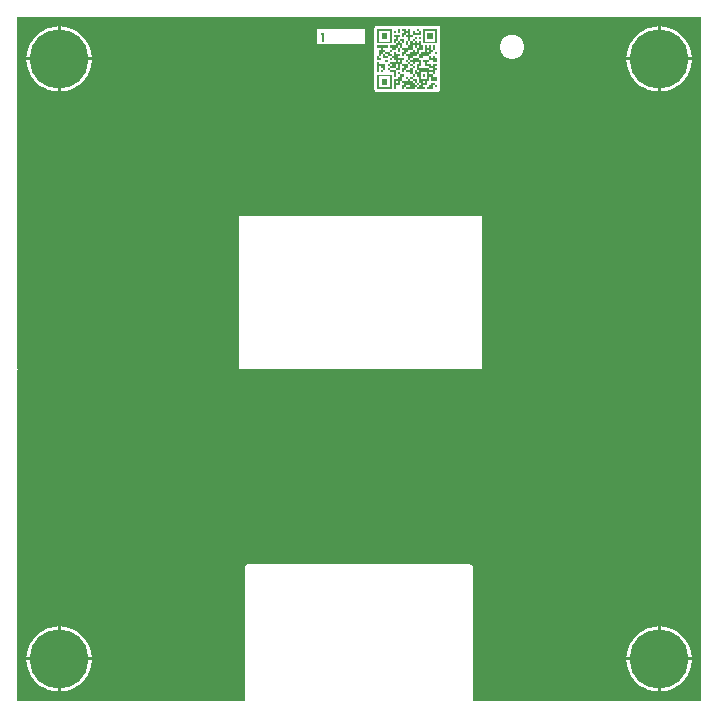
<source format=gtl>
G04 Layer: TopLayer*
G04 EasyEDA v6.5.34, 2023-08-21 18:11:39*
G04 3696ccb3ce3c4ba2a1e01cf7d584be42,5a6b42c53f6a479593ecc07194224c93,10*
G04 Gerber Generator version 0.2*
G04 Scale: 100 percent, Rotated: No, Reflected: No *
G04 Dimensions in millimeters *
G04 leading zeros omitted , absolute positions ,4 integer and 5 decimal *
%FSLAX45Y45*%
%MOMM*%

%ADD10C,0.1524*%
%ADD11C,0.6350*%
%ADD12C,5.0000*%

%LPD*%
G36*
X1945132Y25908D02*
G01*
X36068Y26416D01*
X32156Y27178D01*
X28905Y29362D01*
X26670Y32664D01*
X25908Y36576D01*
X25908Y2821940D01*
X26670Y2825851D01*
X28905Y2829102D01*
X32156Y2831338D01*
X36068Y2832100D01*
X32156Y2832862D01*
X28905Y2835097D01*
X26670Y2838399D01*
X25908Y2842260D01*
X25908Y5805932D01*
X26670Y5809792D01*
X28905Y5813094D01*
X32156Y5815330D01*
X36068Y5816092D01*
X2555240Y5816092D01*
X2559151Y5815330D01*
X2562402Y5813094D01*
X2564638Y5809792D01*
X2565400Y5805932D01*
X2566162Y5809792D01*
X2568397Y5813094D01*
X2571648Y5815330D01*
X2575560Y5816092D01*
X3050540Y5816092D01*
X3054451Y5815330D01*
X3057702Y5813094D01*
X3059938Y5809792D01*
X3060700Y5805932D01*
X3061462Y5809792D01*
X3063697Y5813094D01*
X3066948Y5815330D01*
X3070860Y5816092D01*
X4091940Y5816092D01*
X4095851Y5815330D01*
X4099102Y5813094D01*
X4101337Y5809792D01*
X4102100Y5805932D01*
X4102862Y5809792D01*
X4105097Y5813094D01*
X4108348Y5815330D01*
X4112260Y5816092D01*
X5805932Y5816092D01*
X5809792Y5815330D01*
X5813094Y5813094D01*
X5815330Y5809792D01*
X5816092Y5805932D01*
X5816092Y36068D01*
X5815330Y32156D01*
X5813094Y28905D01*
X5809792Y26670D01*
X5805932Y25908D01*
X3896868Y25908D01*
X3892956Y26670D01*
X3889705Y28905D01*
X3887470Y32207D01*
X3886708Y36068D01*
X3886708Y1155090D01*
X3885895Y1161592D01*
X3883812Y1167130D01*
X3880256Y1172260D01*
X3877259Y1175308D01*
X3873652Y1177950D01*
X3868115Y1180439D01*
X3860647Y1181608D01*
X1981809Y1181608D01*
X1975307Y1180846D01*
X1969770Y1178712D01*
X1964639Y1175207D01*
X1961591Y1172159D01*
X1959000Y1168552D01*
X1956460Y1163015D01*
X1955292Y1155547D01*
X1955292Y36068D01*
X1954530Y32207D01*
X1952294Y28905D01*
X1949043Y26720D01*
G37*

%LPC*%
G36*
X5473700Y5185562D02*
G01*
X5478322Y5185664D01*
X5501284Y5188051D01*
X5523992Y5192369D01*
X5546242Y5198618D01*
X5567883Y5206644D01*
X5588812Y5216499D01*
X5608828Y5228031D01*
X5627776Y5241239D01*
X5645607Y5255971D01*
X5662117Y5272125D01*
X5677204Y5289600D01*
X5690819Y5308295D01*
X5702757Y5328107D01*
X5713018Y5348782D01*
X5721553Y5370271D01*
X5728208Y5392369D01*
X5733034Y5414975D01*
X5735929Y5437886D01*
X5736336Y5448300D01*
X5473700Y5448300D01*
G37*
G36*
X393700Y105562D02*
G01*
X398322Y105664D01*
X421284Y108051D01*
X443992Y112369D01*
X466242Y118618D01*
X487883Y126644D01*
X508812Y136499D01*
X528828Y148031D01*
X547776Y161239D01*
X565607Y175971D01*
X582117Y192125D01*
X597204Y209600D01*
X610819Y228295D01*
X622757Y248107D01*
X633018Y268782D01*
X641553Y290271D01*
X648208Y312369D01*
X653034Y334975D01*
X655929Y357886D01*
X656336Y368300D01*
X393700Y368300D01*
G37*
G36*
X5473700Y105562D02*
G01*
X5478322Y105664D01*
X5501284Y108051D01*
X5523992Y112369D01*
X5546242Y118618D01*
X5567883Y126644D01*
X5588812Y136499D01*
X5608828Y148031D01*
X5627776Y161239D01*
X5645607Y175971D01*
X5662117Y192125D01*
X5677204Y209600D01*
X5690819Y228295D01*
X5702757Y248107D01*
X5713018Y268782D01*
X5721553Y290271D01*
X5728208Y312369D01*
X5733034Y334975D01*
X5735929Y357886D01*
X5736336Y368300D01*
X5473700Y368300D01*
G37*
G36*
X368300Y105613D02*
G01*
X368300Y368300D01*
X105410Y368300D01*
X107289Y346405D01*
X111099Y323646D01*
X116890Y301244D01*
X124460Y279450D01*
X133858Y258317D01*
X144983Y238099D01*
X157784Y218846D01*
X172161Y200710D01*
X187960Y183896D01*
X205130Y168402D01*
X223520Y154432D01*
X243027Y142036D01*
X263499Y131368D01*
X284835Y122377D01*
X306781Y115265D01*
X329285Y109982D01*
X352145Y106629D01*
G37*
G36*
X5448300Y105613D02*
G01*
X5448300Y368300D01*
X5185410Y368300D01*
X5187289Y346405D01*
X5191099Y323646D01*
X5196890Y301244D01*
X5204460Y279450D01*
X5213858Y258317D01*
X5224983Y238099D01*
X5237784Y218846D01*
X5252161Y200710D01*
X5267960Y183896D01*
X5285130Y168402D01*
X5303520Y154432D01*
X5323027Y142036D01*
X5343499Y131368D01*
X5364835Y122377D01*
X5386781Y115265D01*
X5409285Y109982D01*
X5432145Y106629D01*
G37*
G36*
X393700Y393700D02*
G01*
X656336Y393700D01*
X655929Y404063D01*
X653034Y427024D01*
X648208Y449630D01*
X641553Y471728D01*
X633018Y493217D01*
X622757Y513892D01*
X610819Y533654D01*
X597204Y552348D01*
X582117Y569874D01*
X565607Y586028D01*
X547776Y600760D01*
X528828Y613968D01*
X508812Y625500D01*
X487883Y635355D01*
X466242Y643382D01*
X443992Y649630D01*
X421284Y653948D01*
X398322Y656336D01*
X393700Y656437D01*
G37*
G36*
X5473700Y393700D02*
G01*
X5736336Y393700D01*
X5735929Y404063D01*
X5733034Y427024D01*
X5728208Y449630D01*
X5721553Y471728D01*
X5713018Y493217D01*
X5702757Y513892D01*
X5690819Y533654D01*
X5677204Y552348D01*
X5662117Y569874D01*
X5645607Y586028D01*
X5627776Y600760D01*
X5608828Y613968D01*
X5588812Y625500D01*
X5567883Y635355D01*
X5546242Y643382D01*
X5523992Y649630D01*
X5501284Y653948D01*
X5478322Y656336D01*
X5473700Y656437D01*
G37*
G36*
X105410Y393700D02*
G01*
X368300Y393700D01*
X368300Y656386D01*
X352145Y655370D01*
X329285Y652018D01*
X306781Y646734D01*
X284835Y639572D01*
X263499Y630631D01*
X243027Y619912D01*
X223520Y607568D01*
X205130Y593598D01*
X187960Y578104D01*
X172161Y561289D01*
X157784Y543153D01*
X144983Y523900D01*
X133858Y503682D01*
X124460Y482549D01*
X116890Y460756D01*
X111099Y438353D01*
X107289Y415594D01*
G37*
G36*
X5185410Y393700D02*
G01*
X5448300Y393700D01*
X5448300Y656386D01*
X5432145Y655370D01*
X5409285Y652018D01*
X5386781Y646734D01*
X5364835Y639572D01*
X5343499Y630631D01*
X5323027Y619912D01*
X5303520Y607568D01*
X5285130Y593598D01*
X5267960Y578104D01*
X5252161Y561289D01*
X5237784Y543153D01*
X5224983Y523900D01*
X5213858Y503682D01*
X5204460Y482549D01*
X5196890Y460756D01*
X5191099Y438353D01*
X5187289Y415594D01*
G37*
G36*
X1894839Y2832100D02*
G01*
X3961384Y2832100D01*
X3962400Y2833116D01*
X3962400Y4126484D01*
X3961384Y4127500D01*
X1906016Y4127500D01*
X1905000Y4126484D01*
X1905000Y2842260D01*
X1904238Y2838399D01*
X1902053Y2835097D01*
X1898751Y2832862D01*
G37*
G36*
X3076905Y5181092D02*
G01*
X3583787Y5181092D01*
X3590086Y5181803D01*
X3595573Y5183682D01*
X3600450Y5186781D01*
X3604564Y5190896D01*
X3607612Y5195773D01*
X3609543Y5201208D01*
X3610254Y5207558D01*
X3610254Y5714441D01*
X3609543Y5720740D01*
X3607358Y5726938D01*
X3606800Y5730290D01*
X3606800Y5739384D01*
X3605784Y5740400D01*
X3587648Y5740450D01*
X3583787Y5740908D01*
X3076803Y5740908D01*
X3071774Y5740450D01*
X3067608Y5740908D01*
X3064002Y5743041D01*
X3061563Y5746445D01*
X3060700Y5750560D01*
X3060700Y5739892D01*
X3059938Y5735980D01*
X3057702Y5732678D01*
X3056128Y5731103D01*
X3053080Y5726226D01*
X3051149Y5720740D01*
X3050438Y5714441D01*
X3050438Y5207558D01*
X3051149Y5201208D01*
X3053080Y5195773D01*
X3056128Y5190896D01*
X3060242Y5186781D01*
X3065119Y5183682D01*
X3070606Y5181803D01*
G37*
G36*
X393700Y5185562D02*
G01*
X398322Y5185664D01*
X421284Y5188051D01*
X443992Y5192369D01*
X466242Y5198618D01*
X487883Y5206644D01*
X508812Y5216499D01*
X528828Y5228031D01*
X547776Y5241239D01*
X565607Y5255971D01*
X582117Y5272125D01*
X597204Y5289600D01*
X610819Y5308295D01*
X622757Y5328107D01*
X633018Y5348782D01*
X641553Y5370271D01*
X648208Y5392369D01*
X653034Y5414975D01*
X655929Y5437886D01*
X656336Y5448300D01*
X393700Y5448300D01*
G37*
G36*
X2596438Y5583682D02*
G01*
X2626563Y5583682D01*
X2632862Y5584393D01*
X2641142Y5587593D01*
X2643936Y5588000D01*
X2970784Y5588000D01*
X2971800Y5589016D01*
X2971800Y5713984D01*
X2970784Y5715000D01*
X2639822Y5715000D01*
X2636469Y5715558D01*
X2632862Y5716828D01*
X2626563Y5717540D01*
X2596438Y5717540D01*
X2590139Y5716828D01*
X2586532Y5715558D01*
X2583180Y5715000D01*
X2575560Y5715000D01*
X2571648Y5715762D01*
X2568397Y5717997D01*
X2566162Y5721248D01*
X2565400Y5725160D01*
X2565400Y5589016D01*
X2566416Y5588000D01*
X2579065Y5588000D01*
X2581859Y5587593D01*
X2584653Y5586323D01*
X2590139Y5584393D01*
G37*
G36*
X5448300Y5185613D02*
G01*
X5448300Y5448300D01*
X5185410Y5448300D01*
X5187289Y5426405D01*
X5191099Y5403646D01*
X5196890Y5381244D01*
X5204460Y5359450D01*
X5213858Y5338318D01*
X5224983Y5318099D01*
X5237784Y5298846D01*
X5252161Y5280710D01*
X5267960Y5263896D01*
X5285130Y5248402D01*
X5303520Y5234432D01*
X5323027Y5222036D01*
X5343499Y5211368D01*
X5364835Y5202377D01*
X5386781Y5195265D01*
X5409285Y5189982D01*
X5432145Y5186629D01*
G37*
G36*
X368300Y5185613D02*
G01*
X368300Y5448300D01*
X105410Y5448300D01*
X107289Y5426405D01*
X111099Y5403646D01*
X116890Y5381244D01*
X124460Y5359450D01*
X133858Y5338318D01*
X144983Y5318099D01*
X157784Y5298846D01*
X172161Y5280710D01*
X187960Y5263896D01*
X205130Y5248402D01*
X223520Y5234432D01*
X243027Y5222036D01*
X263499Y5211368D01*
X284835Y5202377D01*
X306781Y5195265D01*
X329285Y5189982D01*
X352145Y5186629D01*
G37*
G36*
X4103115Y5448300D02*
G01*
X4329684Y5448300D01*
X4330700Y5449316D01*
X4330700Y5675884D01*
X4329684Y5676900D01*
X4112260Y5676900D01*
X4108348Y5677662D01*
X4105097Y5679897D01*
X4102862Y5683148D01*
X4102100Y5687060D01*
X4102100Y5449316D01*
G37*
G36*
X393700Y5473700D02*
G01*
X656336Y5473700D01*
X655929Y5484063D01*
X653034Y5507024D01*
X648208Y5529630D01*
X641553Y5551728D01*
X633018Y5573217D01*
X622757Y5593892D01*
X610819Y5613654D01*
X597204Y5632348D01*
X582117Y5649874D01*
X565607Y5666028D01*
X547776Y5680760D01*
X528828Y5693968D01*
X508812Y5705500D01*
X487883Y5715355D01*
X466242Y5723382D01*
X443992Y5729630D01*
X421284Y5733948D01*
X398322Y5736336D01*
X393700Y5736437D01*
G37*
G36*
X5473700Y5473700D02*
G01*
X5736336Y5473700D01*
X5735929Y5484063D01*
X5733034Y5507024D01*
X5728208Y5529630D01*
X5721553Y5551728D01*
X5713018Y5573217D01*
X5702757Y5593892D01*
X5690819Y5613654D01*
X5677204Y5632348D01*
X5662117Y5649874D01*
X5645607Y5666028D01*
X5627776Y5680760D01*
X5608828Y5693968D01*
X5588812Y5705500D01*
X5567883Y5715355D01*
X5546242Y5723382D01*
X5523992Y5729630D01*
X5501284Y5733948D01*
X5478322Y5736336D01*
X5473700Y5736437D01*
G37*
G36*
X105410Y5473700D02*
G01*
X368300Y5473700D01*
X368300Y5736386D01*
X352145Y5735370D01*
X329285Y5732018D01*
X306781Y5726734D01*
X284835Y5719572D01*
X263499Y5710631D01*
X243027Y5699912D01*
X223520Y5687568D01*
X205130Y5673598D01*
X187960Y5658104D01*
X172161Y5641289D01*
X157784Y5623153D01*
X144983Y5603900D01*
X133858Y5583682D01*
X124460Y5562549D01*
X116890Y5540756D01*
X111099Y5518353D01*
X107289Y5495594D01*
G37*
G36*
X5185410Y5473700D02*
G01*
X5448300Y5473700D01*
X5448300Y5736386D01*
X5432145Y5735370D01*
X5409285Y5732018D01*
X5386781Y5726734D01*
X5364835Y5719572D01*
X5343499Y5710631D01*
X5323027Y5699912D01*
X5303520Y5687568D01*
X5285130Y5673598D01*
X5267960Y5658104D01*
X5252161Y5641289D01*
X5237784Y5623153D01*
X5224983Y5603900D01*
X5213858Y5583682D01*
X5204460Y5562549D01*
X5196890Y5540756D01*
X5191099Y5518353D01*
X5187289Y5495594D01*
G37*

%LPD*%
G36*
X3251200Y5715000D02*
G01*
X3251200Y5680151D01*
X3267760Y5680151D01*
X3267760Y5715000D01*
G37*
G36*
X3286150Y5715000D02*
G01*
X3286150Y5696661D01*
X3302711Y5696661D01*
X3302711Y5680151D01*
X3339541Y5680151D01*
X3339541Y5663641D01*
X3321151Y5663641D01*
X3321151Y5680151D01*
X3286150Y5680151D01*
X3286150Y5645302D01*
X3302711Y5645302D01*
X3302711Y5663641D01*
X3321151Y5663641D01*
X3321151Y5645302D01*
X3339541Y5645302D01*
X3339541Y5610453D01*
X3356101Y5610453D01*
X3356101Y5575604D01*
X3339541Y5575604D01*
X3339541Y5610453D01*
X3321151Y5610453D01*
X3321151Y5575604D01*
X3339541Y5575604D01*
X3339541Y5557266D01*
X3286150Y5557266D01*
X3286150Y5592114D01*
X3302711Y5592114D01*
X3302711Y5626963D01*
X3267760Y5626963D01*
X3267760Y5610453D01*
X3286150Y5610453D01*
X3286150Y5592114D01*
X3267760Y5592114D01*
X3267760Y5610453D01*
X3251200Y5610453D01*
X3251200Y5645302D01*
X3267760Y5645302D01*
X3267760Y5663641D01*
X3216198Y5663641D01*
X3216198Y5645302D01*
X3234639Y5645302D01*
X3234639Y5626963D01*
X3216198Y5626963D01*
X3216198Y5610453D01*
X3251200Y5610453D01*
X3251200Y5592114D01*
X3234639Y5592114D01*
X3234639Y5610453D01*
X3216198Y5610453D01*
X3216198Y5592114D01*
X3234639Y5592114D01*
X3234639Y5575604D01*
X3181248Y5575604D01*
X3181248Y5557266D01*
X3197809Y5557266D01*
X3197809Y5540756D01*
X3181248Y5540756D01*
X3181248Y5522417D01*
X3144418Y5522417D01*
X3144418Y5540756D01*
X3127857Y5540756D01*
X3127857Y5557266D01*
X3162858Y5557266D01*
X3162858Y5575604D01*
X3076346Y5575604D01*
X3076346Y5557266D01*
X3109468Y5557266D01*
X3109468Y5540756D01*
X3092907Y5540756D01*
X3092907Y5522417D01*
X3144418Y5522417D01*
X3144418Y5505907D01*
X3181248Y5505907D01*
X3181248Y5522417D01*
X3197809Y5522417D01*
X3197809Y5540756D01*
X3234639Y5540756D01*
X3234639Y5557266D01*
X3251200Y5557266D01*
X3251200Y5575604D01*
X3267760Y5575604D01*
X3267760Y5557266D01*
X3286150Y5557266D01*
X3286150Y5540756D01*
X3302711Y5540756D01*
X3302711Y5522417D01*
X3286150Y5522417D01*
X3286150Y5487568D01*
X3302711Y5487568D01*
X3302711Y5505907D01*
X3321151Y5505907D01*
X3321151Y5522417D01*
X3339541Y5522417D01*
X3339541Y5540756D01*
X3374491Y5540756D01*
X3374491Y5575604D01*
X3391103Y5575604D01*
X3391103Y5557266D01*
X3409492Y5557266D01*
X3409492Y5575604D01*
X3426053Y5575604D01*
X3426053Y5557266D01*
X3409492Y5557266D01*
X3409492Y5522417D01*
X3391103Y5522417D01*
X3391103Y5540756D01*
X3374491Y5540756D01*
X3374491Y5522417D01*
X3356101Y5522417D01*
X3356101Y5505907D01*
X3321151Y5505907D01*
X3321151Y5487568D01*
X3339541Y5487568D01*
X3339541Y5452719D01*
X3356101Y5452719D01*
X3356101Y5469229D01*
X3374491Y5469229D01*
X3374491Y5487568D01*
X3409492Y5487568D01*
X3409492Y5505907D01*
X3426053Y5505907D01*
X3426053Y5469229D01*
X3461004Y5469229D01*
X3461004Y5487568D01*
X3514394Y5487568D01*
X3514394Y5452719D01*
X3461004Y5452719D01*
X3461004Y5434380D01*
X3479444Y5434380D01*
X3479444Y5399532D01*
X3514394Y5399532D01*
X3514394Y5383022D01*
X3549345Y5383022D01*
X3549345Y5364683D01*
X3514394Y5364683D01*
X3514394Y5383022D01*
X3426053Y5383022D01*
X3426053Y5399532D01*
X3444443Y5399532D01*
X3444443Y5452719D01*
X3426053Y5452719D01*
X3426053Y5469229D01*
X3374491Y5469229D01*
X3374491Y5452719D01*
X3356101Y5452719D01*
X3356101Y5434380D01*
X3374491Y5434380D01*
X3374491Y5416042D01*
X3391103Y5416042D01*
X3391103Y5434380D01*
X3426053Y5434380D01*
X3426053Y5416042D01*
X3409492Y5416042D01*
X3409492Y5364683D01*
X3426053Y5364683D01*
X3426053Y5346344D01*
X3549345Y5346344D01*
X3549345Y5329834D01*
X3514394Y5329834D01*
X3514394Y5346344D01*
X3497834Y5346344D01*
X3497834Y5293156D01*
X3444443Y5293156D01*
X3444443Y5346344D01*
X3409492Y5346344D01*
X3409492Y5364683D01*
X3391103Y5364683D01*
X3391103Y5329834D01*
X3409492Y5329834D01*
X3409492Y5311495D01*
X3426053Y5311495D01*
X3426053Y5276646D01*
X3479444Y5276646D01*
X3479444Y5260136D01*
X3461004Y5260136D01*
X3461004Y5276646D01*
X3426053Y5276646D01*
X3426053Y5260136D01*
X3444443Y5260136D01*
X3444443Y5241798D01*
X3426053Y5241798D01*
X3426053Y5225338D01*
X3409492Y5225338D01*
X3409492Y5241798D01*
X3391103Y5241798D01*
X3391103Y5260136D01*
X3374491Y5260136D01*
X3374491Y5276646D01*
X3356101Y5276646D01*
X3356101Y5293156D01*
X3374491Y5293156D01*
X3374491Y5311495D01*
X3391103Y5311495D01*
X3391103Y5329834D01*
X3374491Y5329834D01*
X3374491Y5383022D01*
X3356101Y5383022D01*
X3356101Y5364683D01*
X3321151Y5364683D01*
X3321151Y5383022D01*
X3339541Y5383022D01*
X3339541Y5416042D01*
X3286150Y5416042D01*
X3286150Y5452719D01*
X3302711Y5452719D01*
X3302711Y5469229D01*
X3251200Y5469229D01*
X3251200Y5487568D01*
X3267760Y5487568D01*
X3267760Y5505907D01*
X3234639Y5505907D01*
X3234639Y5522417D01*
X3216198Y5522417D01*
X3216198Y5487568D01*
X3197809Y5487568D01*
X3197809Y5505907D01*
X3162858Y5505907D01*
X3162858Y5487568D01*
X3144418Y5487568D01*
X3144418Y5505907D01*
X3127857Y5505907D01*
X3127857Y5522417D01*
X3092907Y5522417D01*
X3092907Y5487568D01*
X3076346Y5487568D01*
X3076346Y5452719D01*
X3109468Y5452719D01*
X3109468Y5469229D01*
X3092907Y5469229D01*
X3092907Y5487568D01*
X3109468Y5487568D01*
X3109468Y5505907D01*
X3127857Y5505907D01*
X3127857Y5469229D01*
X3162858Y5469229D01*
X3162858Y5487568D01*
X3197809Y5487568D01*
X3197809Y5469229D01*
X3181248Y5469229D01*
X3181248Y5452719D01*
X3197809Y5452719D01*
X3197809Y5469229D01*
X3216198Y5469229D01*
X3216198Y5452719D01*
X3267760Y5452719D01*
X3267760Y5434380D01*
X3251200Y5434380D01*
X3251200Y5452719D01*
X3234639Y5452719D01*
X3234639Y5434380D01*
X3181248Y5434380D01*
X3181248Y5416042D01*
X3197809Y5416042D01*
X3197809Y5399532D01*
X3181248Y5399532D01*
X3181248Y5416042D01*
X3162858Y5416042D01*
X3162858Y5399532D01*
X3181248Y5399532D01*
X3181248Y5383022D01*
X3162858Y5383022D01*
X3162858Y5364683D01*
X3181248Y5364683D01*
X3181248Y5383022D01*
X3234639Y5383022D01*
X3234639Y5416042D01*
X3251200Y5416042D01*
X3251200Y5383022D01*
X3234639Y5383022D01*
X3234639Y5364683D01*
X3181248Y5364683D01*
X3181248Y5346344D01*
X3216198Y5346344D01*
X3216198Y5311495D01*
X3234639Y5311495D01*
X3234639Y5364683D01*
X3267760Y5364683D01*
X3267760Y5416042D01*
X3286150Y5416042D01*
X3286150Y5399532D01*
X3302711Y5399532D01*
X3302711Y5383022D01*
X3286150Y5383022D01*
X3286150Y5346344D01*
X3302711Y5346344D01*
X3302711Y5364683D01*
X3321151Y5364683D01*
X3321151Y5346344D01*
X3356101Y5346344D01*
X3356101Y5329834D01*
X3374491Y5329834D01*
X3374491Y5311495D01*
X3356101Y5311495D01*
X3356101Y5293156D01*
X3339541Y5293156D01*
X3339541Y5311495D01*
X3321151Y5311495D01*
X3321151Y5293156D01*
X3339541Y5293156D01*
X3339541Y5276646D01*
X3286150Y5276646D01*
X3286150Y5311495D01*
X3302711Y5311495D01*
X3302711Y5329834D01*
X3267760Y5329834D01*
X3267760Y5346344D01*
X3251200Y5346344D01*
X3251200Y5329834D01*
X3267760Y5329834D01*
X3267760Y5311495D01*
X3251403Y5311495D01*
X3250285Y5294071D01*
X3216198Y5293055D01*
X3216198Y5276646D01*
X3251200Y5276646D01*
X3251200Y5260136D01*
X3234639Y5260136D01*
X3234639Y5276646D01*
X3216198Y5276646D01*
X3216198Y5207000D01*
X3234639Y5207000D01*
X3234639Y5241798D01*
X3267760Y5241798D01*
X3267760Y5276646D01*
X3286150Y5276646D01*
X3286150Y5260136D01*
X3302711Y5260136D01*
X3302711Y5241798D01*
X3286150Y5241798D01*
X3286150Y5207000D01*
X3302508Y5207000D01*
X3303625Y5224373D01*
X3321151Y5225491D01*
X3321151Y5241798D01*
X3356101Y5241798D01*
X3356101Y5225338D01*
X3321151Y5225338D01*
X3321151Y5207000D01*
X3391103Y5207000D01*
X3391103Y5225338D01*
X3409492Y5225338D01*
X3409492Y5207000D01*
X3479444Y5207000D01*
X3479444Y5225338D01*
X3461004Y5225338D01*
X3461004Y5241798D01*
X3497834Y5241798D01*
X3497834Y5276646D01*
X3514394Y5276646D01*
X3514394Y5311495D01*
X3530955Y5311495D01*
X3530955Y5276646D01*
X3584346Y5276646D01*
X3584346Y5311495D01*
X3549345Y5311495D01*
X3549345Y5329834D01*
X3567785Y5329834D01*
X3567785Y5364683D01*
X3584346Y5364683D01*
X3584346Y5383022D01*
X3567785Y5383022D01*
X3567785Y5399532D01*
X3584346Y5399532D01*
X3584346Y5416042D01*
X3549345Y5416042D01*
X3549345Y5399532D01*
X3530955Y5399532D01*
X3530955Y5416042D01*
X3497834Y5416042D01*
X3497834Y5434380D01*
X3514394Y5434380D01*
X3514394Y5452719D01*
X3549345Y5452719D01*
X3549345Y5434380D01*
X3584346Y5434380D01*
X3584346Y5469229D01*
X3567785Y5469229D01*
X3567785Y5487568D01*
X3549345Y5487568D01*
X3549345Y5469229D01*
X3530955Y5469229D01*
X3530955Y5487568D01*
X3514394Y5487568D01*
X3514394Y5505907D01*
X3530955Y5505907D01*
X3530955Y5522417D01*
X3549345Y5522417D01*
X3549345Y5540756D01*
X3567785Y5540756D01*
X3567785Y5575604D01*
X3549345Y5575604D01*
X3549345Y5540756D01*
X3530955Y5540756D01*
X3530955Y5575604D01*
X3514394Y5575604D01*
X3514394Y5557266D01*
X3497834Y5557266D01*
X3497834Y5575604D01*
X3479444Y5575604D01*
X3479444Y5540756D01*
X3514394Y5540756D01*
X3514394Y5522417D01*
X3497834Y5522417D01*
X3497834Y5540756D01*
X3479444Y5540756D01*
X3479444Y5522417D01*
X3444443Y5522417D01*
X3444443Y5505907D01*
X3426053Y5505907D01*
X3426053Y5540756D01*
X3461004Y5540756D01*
X3461004Y5575604D01*
X3444443Y5575604D01*
X3444443Y5610453D01*
X3426053Y5610453D01*
X3426053Y5592114D01*
X3409492Y5592114D01*
X3409492Y5610453D01*
X3391103Y5610453D01*
X3391103Y5626963D01*
X3409492Y5626963D01*
X3409492Y5645302D01*
X3391103Y5645302D01*
X3391103Y5626963D01*
X3374491Y5626963D01*
X3374491Y5610453D01*
X3391103Y5610453D01*
X3391103Y5592114D01*
X3374491Y5592114D01*
X3374491Y5610453D01*
X3356101Y5610453D01*
X3356101Y5645302D01*
X3374491Y5645302D01*
X3374491Y5663641D01*
X3444443Y5663641D01*
X3444443Y5696661D01*
X3426053Y5696661D01*
X3426053Y5715000D01*
X3409492Y5715000D01*
X3409492Y5696661D01*
X3426053Y5696661D01*
X3426053Y5680151D01*
X3391103Y5680151D01*
X3391103Y5696661D01*
X3374491Y5696661D01*
X3374491Y5663641D01*
X3356101Y5663641D01*
X3356101Y5715000D01*
X3339541Y5715000D01*
X3339541Y5696661D01*
X3321151Y5696661D01*
X3321151Y5715000D01*
G37*
G36*
X3076346Y5713171D02*
G01*
X3076346Y5698490D01*
X3181248Y5698490D01*
X3181248Y5608624D01*
X3092907Y5608624D01*
X3092907Y5698490D01*
X3076346Y5698490D01*
X3076346Y5593943D01*
X3197809Y5593943D01*
X3197809Y5713171D01*
G37*
G36*
X3462883Y5713171D02*
G01*
X3462883Y5698490D01*
X3567785Y5698490D01*
X3567785Y5608624D01*
X3477564Y5608624D01*
X3477564Y5698490D01*
X3462883Y5698490D01*
X3462883Y5593943D01*
X3584346Y5593943D01*
X3584346Y5713171D01*
G37*
G36*
X3216198Y5696661D02*
G01*
X3216198Y5680151D01*
X3234639Y5680151D01*
X3234639Y5696661D01*
G37*
G36*
X3111296Y5680151D02*
G01*
X3111296Y5628792D01*
X3161030Y5628792D01*
X3161030Y5680151D01*
G37*
G36*
X3497834Y5680151D02*
G01*
X3497834Y5628792D01*
X3547516Y5628792D01*
X3547516Y5680151D01*
G37*
G36*
X3426053Y5645302D02*
G01*
X3426053Y5626963D01*
X3444443Y5626963D01*
X3444443Y5645302D01*
G37*
G36*
X3251200Y5557266D02*
G01*
X3251200Y5522417D01*
X3267760Y5522417D01*
X3267760Y5557266D01*
G37*
G36*
X3567785Y5522417D02*
G01*
X3567785Y5505907D01*
X3584346Y5505907D01*
X3584346Y5522417D01*
G37*
G36*
X3144418Y5452719D02*
G01*
X3144418Y5434380D01*
X3162858Y5434380D01*
X3162858Y5452719D01*
G37*
G36*
X3321151Y5452719D02*
G01*
X3321151Y5434380D01*
X3339541Y5434380D01*
X3339541Y5416042D01*
X3356101Y5416042D01*
X3356101Y5399532D01*
X3374491Y5399532D01*
X3374491Y5383022D01*
X3391103Y5383022D01*
X3391103Y5399532D01*
X3374491Y5399532D01*
X3374491Y5416042D01*
X3356101Y5416042D01*
X3356101Y5434380D01*
X3339541Y5434380D01*
X3339541Y5452719D01*
G37*
G36*
X3076346Y5434380D02*
G01*
X3076346Y5346344D01*
X3092907Y5346344D01*
X3092907Y5399532D01*
X3109468Y5399532D01*
X3109468Y5383022D01*
X3127857Y5383022D01*
X3127857Y5364683D01*
X3109468Y5364683D01*
X3109468Y5346344D01*
X3127857Y5346344D01*
X3127857Y5364683D01*
X3144418Y5364683D01*
X3144418Y5416042D01*
X3092907Y5416042D01*
X3092907Y5434380D01*
G37*
G36*
X3461004Y5329834D02*
G01*
X3461004Y5311495D01*
X3479444Y5311495D01*
X3479444Y5329834D01*
G37*
G36*
X3076346Y5328005D02*
G01*
X3076346Y5313324D01*
X3181248Y5313324D01*
X3181248Y5223459D01*
X3092907Y5223459D01*
X3092907Y5313324D01*
X3076346Y5313324D01*
X3076346Y5208828D01*
X3197809Y5208828D01*
X3197809Y5328005D01*
G37*
G36*
X3111296Y5293156D02*
G01*
X3111296Y5243677D01*
X3161030Y5243677D01*
X3161030Y5293156D01*
G37*
G36*
X3374491Y5293156D02*
G01*
X3374491Y5276646D01*
X3391103Y5276646D01*
X3391103Y5260136D01*
X3409492Y5260136D01*
X3409492Y5241798D01*
X3426053Y5241798D01*
X3426053Y5260136D01*
X3409492Y5260136D01*
X3409492Y5293156D01*
G37*
G36*
X3530955Y5260136D02*
G01*
X3530955Y5241798D01*
X3514394Y5241798D01*
X3514394Y5225338D01*
X3497834Y5225338D01*
X3497834Y5207000D01*
X3549345Y5207000D01*
X3549345Y5241798D01*
X3567785Y5241798D01*
X3567785Y5225338D01*
X3584346Y5225338D01*
X3584346Y5241798D01*
X3567785Y5241798D01*
X3567785Y5260136D01*
G37*
D10*
X2603492Y5671304D02*
G01*
X2609842Y5674606D01*
X2619494Y5684004D01*
X2619494Y5617202D01*
D11*
G75*
G01
X4352384Y5562592D02*
G03X4352384Y5562592I-135992J0D01*
D12*
G01*
X380992Y5460992D03*
G01*
X380992Y380992D03*
G01*
X5460992Y380992D03*
G01*
X5460992Y5460992D03*
M02*

</source>
